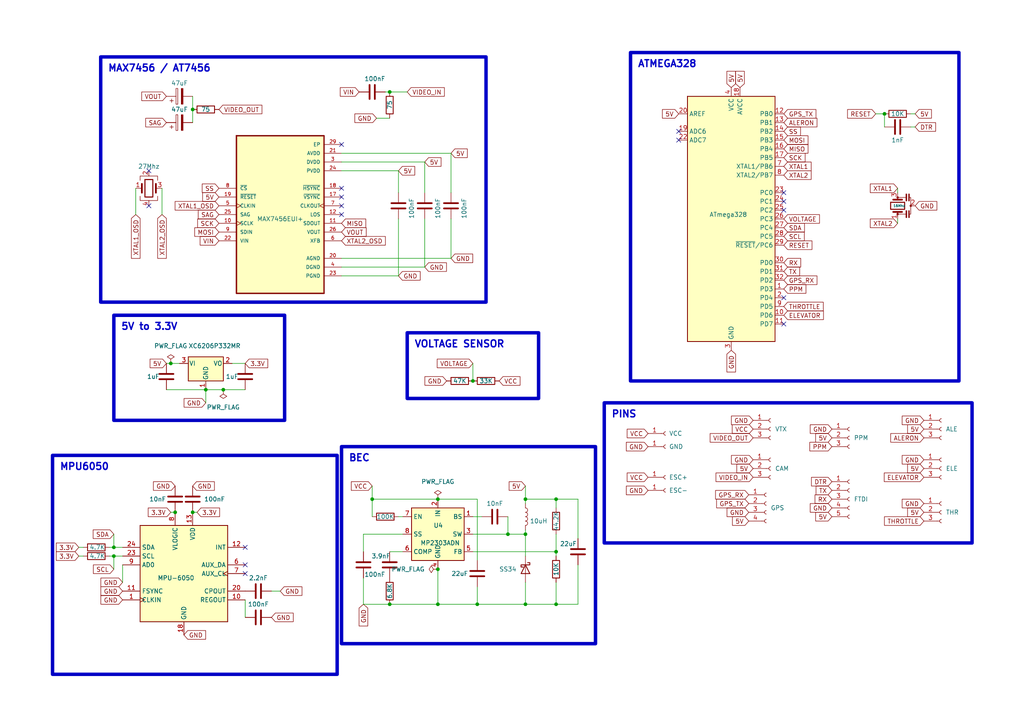
<source format=kicad_sch>
(kicad_sch (version 20231120) (generator "eeschema") (generator_version "8.0")
  (paper "A4")
  (title_block (title "NoahFC") (rev "6"))
  (lib_symbols
    (symbol "Connector:Conn_01x01_Socket" (pin_names (offset 1.016) hide)
      (property "Reference" "J" (at 0 2.54 0))
      (property "Value" "Conn_01x01_Socket" (at 0 -2.54 0))
      (symbol "Conn_01x01_Socket_1_1"
        (polyline (pts (xy -1.27 0) (xy -0.508 0)) (stroke (width 0.1524)))
        (arc (start 0 0.508) (mid -0.5058 0) (end 0 -0.508) (stroke (width 0.1524)))
        (pin passive line (at -5.08 0 0) (length 3.81) (name "Pin_1") (number "1"))
      )
    )
    (symbol "Connector:Conn_01x03_Socket" (pin_names (offset 1.016) hide)
      (property "Reference" "J" (at 0 5.08 0))
      (property "Value" "Conn_01x03_Socket" (at 0 -5.08 0))
      (symbol "Conn_01x03_Socket_1_1"
        (arc (start 0 -2.032) (mid -0.5058 -2.54) (end 0 -3.048) (stroke (width 0.1524)))
        (polyline (pts (xy -1.27 -2.54) (xy -0.508 -2.54)) (stroke (width 0.1524)))
        (polyline (pts (xy -1.27 0) (xy -0.508 0)) (stroke (width 0.1524)))
        (polyline (pts (xy -1.27 2.54) (xy -0.508 2.54)) (stroke (width 0.1524)))
        (arc (start 0 0.508) (mid -0.5058 0) (end 0 -0.508) (stroke (width 0.1524)))
        (arc (start 0 3.048) (mid -0.5058 2.54) (end 0 2.032) (stroke (width 0.1524)))
        (pin passive line (at -5.08 2.54 0) (length 3.81) (name "Pin_1") (number "1"))
        (pin passive line (at -5.08 0 0) (length 3.81) (name "Pin_2") (number "2"))
        (pin passive line (at -5.08 -2.54 0) (length 3.81) (name "Pin_3") (number "3"))
      )
    )
    (symbol "Connector:Conn_01x04_Socket" (pin_names (offset 1.016) hide)
      (property "Reference" "J" (at 0 5.08 0))
      (property "Value" "Conn_01x04_Socket" (at 0 -7.62 0))
      (symbol "Conn_01x04_Socket_1_1"
        (arc (start 0 -4.572) (mid -0.5058 -5.08) (end 0 -5.588) (stroke (width 0.1524)))
        (arc (start 0 -2.032) (mid -0.5058 -2.54) (end 0 -3.048) (stroke (width 0.1524)))
        (polyline (pts (xy -1.27 -5.08) (xy -0.508 -5.08)) (stroke (width 0.1524)))
        (polyline (pts (xy -1.27 -2.54) (xy -0.508 -2.54)) (stroke (width 0.1524)))
        (polyline (pts (xy -1.27 0) (xy -0.508 0)) (stroke (width 0.1524)))
        (polyline (pts (xy -1.27 2.54) (xy -0.508 2.54)) (stroke (width 0.1524)))
        (arc (start 0 0.508) (mid -0.5058 0) (end 0 -0.508) (stroke (width 0.1524)))
        (arc (start 0 3.048) (mid -0.5058 2.54) (end 0 2.032) (stroke (width 0.1524)))
        (pin passive line (at -5.08 2.54 0) (length 3.81) (name "Pin_1") (number "1"))
        (pin passive line (at -5.08 0 0) (length 3.81) (name "Pin_2") (number "2"))
        (pin passive line (at -5.08 -2.54 0) (length 3.81) (name "Pin_3") (number "3"))
        (pin passive line (at -5.08 -5.08 0) (length 3.81) (name "Pin_4") (number "4"))
      )
    )
    (symbol "Connector:Conn_01x05_Socket" (pin_names (offset 1.016) hide)
      (property "Reference" "J" (at 0 7.62 0))
      (property "Value" "Conn_01x05_Socket" (at 0 -7.62 0))
      (symbol "Conn_01x05_Socket_1_1"
        (arc (start 0 -4.572) (mid -0.5058 -5.08) (end 0 -5.588) (stroke (width 0.1524)))
        (arc (start 0 -2.032) (mid -0.5058 -2.54) (end 0 -3.048) (stroke (width 0.1524)))
        (polyline (pts (xy -1.27 -5.08) (xy -0.508 -5.08)) (stroke (width 0.1524)))
        (polyline (pts (xy -1.27 -2.54) (xy -0.508 -2.54)) (stroke (width 0.1524)))
        (polyline (pts (xy -1.27 0) (xy -0.508 0)) (stroke (width 0.1524)))
        (polyline (pts (xy -1.27 2.54) (xy -0.508 2.54)) (stroke (width 0.1524)))
        (polyline (pts (xy -1.27 5.08) (xy -0.508 5.08)) (stroke (width 0.1524)))
        (arc (start 0 0.508) (mid -0.5058 0) (end 0 -0.508) (stroke (width 0.1524)))
        (arc (start 0 3.048) (mid -0.5058 2.54) (end 0 2.032) (stroke (width 0.1524)))
        (arc (start 0 5.588) (mid -0.5058 5.08) (end 0 4.572) (stroke (width 0.1524)))
        (pin passive line (at -5.08 5.08 0) (length 3.81) (name "Pin_1") (number "1"))
        (pin passive line (at -5.08 2.54 0) (length 3.81) (name "Pin_2") (number "2"))
        (pin passive line (at -5.08 0 0) (length 3.81) (name "Pin_3") (number "3"))
        (pin passive line (at -5.08 -2.54 0) (length 3.81) (name "Pin_4") (number "4"))
        (pin passive line (at -5.08 -5.08 0) (length 3.81) (name "Pin_5") (number "5"))
      )
    )
    (symbol "Device:C" (pin_numbers hide) (pin_names (offset 0.254))
      (property "Reference" "C" (at 0.635 2.54 0))
      (property "Value" "C" (at 0.635 -2.54 0))
      (symbol "C_0_1"
        (polyline (pts (xy -2.032 -0.762) (xy 2.032 -0.762)) (stroke (width 0.508)))
        (polyline (pts (xy -2.032 0.762) (xy 2.032 0.762)) (stroke (width 0.508)))
      )
      (symbol "C_1_1"
        (pin passive line (at 0 3.81 270) (length 2.794) (name "~") (number "1"))
        (pin passive line (at 0 -3.81 90) (length 2.794) (name "~") (number "2"))
      )
    )
    (symbol "Device:C_Polarized" (pin_numbers hide) (pin_names (offset 0.254))
      (property "Reference" "C" (at 0.635 2.54 0))
      (property "Value" "C_Polarized" (at 0.635 -2.54 0))
      (symbol "C_Polarized_0_1"
        (rectangle (start -2.286 0.508) (end 2.286 1.016))
        (polyline (pts (xy -1.778 2.286) (xy -0.762 2.286)))
        (polyline (pts (xy -1.27 2.794) (xy -1.27 1.778)))
        (rectangle (start 2.286 -0.508) (end -2.286 -1.016) (fill (type outline)))
      )
      (symbol "C_Polarized_1_1"
        (pin passive line (at 0 3.81 270) (length 2.794) (name "~") (number "1"))
        (pin passive line (at 0 -3.81 90) (length 2.794) (name "~") (number "2"))
      )
    )
    (symbol "Device:Crystal_GND24" (pin_names (offset 1.016) hide)
      (property "Reference" "Y" (at 3.175 5.08 0))
      (property "Value" "Crystal_GND24" (at 3.175 3.175 0))
      (symbol "Crystal_GND24_0_1"
        (rectangle (start -1.143 2.54) (end 1.143 -2.54) (stroke (width 0.3048)))
        (polyline (pts (xy -2.54 0) (xy -2.032 0)))
        (polyline (pts (xy -2.032 -1.27) (xy -2.032 1.27)) (stroke (width 0.508)))
        (polyline (pts (xy 0 -3.81) (xy 0 -3.556)))
        (polyline (pts (xy 0 3.556) (xy 0 3.81)))
        (polyline (pts (xy 2.032 -1.27) (xy 2.032 1.27)) (stroke (width 0.508)))
        (polyline (pts (xy 2.032 0) (xy 2.54 0)))
        (polyline (pts (xy -2.54 -2.286) (xy -2.54 -3.556) (xy 2.54 -3.556) (xy 2.54 -2.286)))
        (polyline (pts (xy -2.54 2.286) (xy -2.54 3.556) (xy 2.54 3.556) (xy 2.54 2.286)))
      )
      (symbol "Crystal_GND24_1_1"
        (pin passive line (at -3.81 0 0) (length 1.27) (name "1") (number "1"))
        (pin passive line (at 0 5.08 270) (length 1.27) (name "2") (number "2"))
        (pin passive line (at 3.81 0 180) (length 1.27) (name "3") (number "3"))
        (pin passive line (at 0 -5.08 90) (length 1.27) (name "4") (number "4"))
      )
    )
    (symbol "Device:L" (pin_numbers hide) (pin_names (offset 1.016) hide)
      (property "Reference" "L" (at -1.27 0 90))
      (property "Value" "L" (at 1.905 0 90))
      (symbol "L_0_1"
        (arc (start 0 -2.54) (mid 0.6323 -1.905) (end 0 -1.27))
        (arc (start 0 -1.27) (mid 0.6323 -0.635) (end 0 0))
        (arc (start 0 0) (mid 0.6323 0.635) (end 0 1.27))
        (arc (start 0 1.27) (mid 0.6323 1.905) (end 0 2.54))
      )
      (symbol "L_1_1"
        (pin passive line (at 0 3.81 270) (length 1.27) (name "1") (number "1"))
        (pin passive line (at 0 -3.81 90) (length 1.27) (name "2") (number "2"))
      )
    )
    (symbol "Device:R" (pin_numbers hide) (pin_names (offset 0))
      (property "Reference" "R" (at 2.032 0 90))
      (property "Value" "R" (at 0 0 90))
      (symbol "R_0_1"
        (rectangle (start -1.016 -2.54) (end 1.016 2.54) (stroke (width 0.254)))
      )
      (symbol "R_1_1"
        (pin passive line (at 0 3.81 270) (length 1.27) (name "~") (number "1"))
        (pin passive line (at 0 -3.81 90) (length 1.27) (name "~") (number "2"))
      )
    )
    (symbol "Device:Resonator" (pin_names (offset 1.016) hide)
      (property "Reference" "Y" (at 0 5.715 0))
      (property "Value" "Resonator" (at 0 3.81 0))
      (symbol "Resonator_0_1"
        (rectangle (start -3.429 -3.175) (end -1.397 -3.429) (fill (type outline)))
        (rectangle (start -3.429 -2.413) (end -1.397 -2.667) (fill (type outline)))
        (circle (center -2.413 0) (radius 0.254) (fill (type outline)))
        (rectangle (start -1.016 2.032) (end 1.016 -2.032) (stroke (width 0.3048)))
        (circle (center 0 -3.81) (radius 0.254) (fill (type outline)))
        (polyline (pts (xy -2.413 -2.413) (xy -2.413 0)))
        (polyline (pts (xy -1.905 0) (xy -3.175 0)))
        (polyline (pts (xy -1.778 -1.27) (xy -1.778 1.27)) (stroke (width 0.508)))
        (polyline (pts (xy 1.778 -1.27) (xy 1.778 1.27)) (stroke (width 0.508)))
        (polyline (pts (xy 1.905 0) (xy 2.54 0)))
        (polyline (pts (xy 2.413 0) (xy 2.413 -2.54)))
        (polyline (pts (xy 2.413 -3.302) (xy 2.413 -3.81) (xy -2.413 -3.81) (xy -2.413 -3.302)))
        (rectangle (start 1.397 -3.175) (end 3.429 -3.429) (fill (type outline)))
        (rectangle (start 1.397 -2.413) (end 3.429 -2.667) (fill (type outline)))
        (circle (center 2.413 0) (radius 0.254) (fill (type outline)))
      )
      (symbol "Resonator_1_1"
        (pin passive line (at -3.81 0 0) (length 1.27) (name "1") (number "1"))
        (pin passive line (at 0 -5.08 90) (length 1.27) (name "2") (number "2"))
        (pin passive line (at 3.81 0 180) (length 1.27) (name "3") (number "3"))
      )
    )
    (symbol "Diode:1N5822" (pin_numbers hide) (pin_names (offset 1.016) hide)
      (property "Reference" "D" (at 0 2.54 0))
      (property "Value" "1N5822" (at 0 -2.54 0))
      (symbol "1N5822_0_1"
        (polyline (pts (xy 1.27 0) (xy -1.27 0)))
        (polyline (pts (xy 1.27 1.27) (xy 1.27 -1.27) (xy -1.27 0) (xy 1.27 1.27)) (stroke (width 0.254)))
        (polyline (pts (xy -1.905 0.635) (xy -1.905 1.27) (xy -1.27 1.27) (xy -1.27 -1.27) (xy -0.635 -1.27) (xy -0.635 -0.635)) (stroke (width 0.254)))
      )
      (symbol "1N5822_1_1"
        (pin passive line (at -3.81 0 0) (length 2.54) (name "K") (number "1"))
        (pin passive line (at 3.81 0 180) (length 2.54) (name "A") (number "2"))
      )
    )
    (symbol "MAX7456EUI_:MAX7456EUI+" (pin_names (offset 1.016))
      (property "Reference" "U" (at -12.7 23.8506 0))
      (property "Value" "MAX7456EUI+" (at -12.7 -26.8478 0))
      (symbol "MAX7456EUI+_0_0"
        (rectangle (start -12.7 -22.86) (end 12.7 22.86) (stroke (width 0.4064)) (fill (type background)))
        (pin input clock (at -17.78 -2.54 0) (length 5.08) (name "SCLK") (number "10"))
        (pin output line (at 17.78 -2.54 180) (length 5.08) (name "SDOUT") (number "11"))
        (pin output line (at 17.78 0 180) (length 5.08) (name "LOS") (number "12"))
        (pin output line (at 17.78 5.08 180) (length 5.08) (name "~{VSYNC}") (number "17"))
        (pin output line (at 17.78 7.62 180) (length 5.08) (name "~{HSYNC}") (number "18"))
        (pin input line (at -17.78 5.08 0) (length 5.08) (name "~{RESET}") (number "19"))
        (pin power_in line (at 17.78 -12.7 180) (length 5.08) (name "AGND") (number "20"))
        (pin power_in line (at 17.78 17.78 180) (length 5.08) (name "AVDD") (number "21"))
        (pin input line (at -17.78 -7.62 0) (length 5.08) (name "VIN") (number "22"))
        (pin power_in line (at 17.78 -17.78 180) (length 5.08) (name "PGND") (number "23"))
        (pin power_in line (at 17.78 12.7 180) (length 5.08) (name "PVDD") (number "24"))
        (pin input line (at -17.78 0 0) (length 5.08) (name "SAG") (number "25"))
        (pin output line (at 17.78 -5.08 180) (length 5.08) (name "VOUT") (number "26"))
        (pin power_in line (at 17.78 20.32 180) (length 5.08) (name "EP") (number "29"))
        (pin power_in line (at 17.78 15.24 180) (length 5.08) (name "DVDD") (number "3"))
        (pin power_in line (at 17.78 -15.24 180) (length 5.08) (name "DGND") (number "4"))
        (pin input clock (at -17.78 2.54 0) (length 5.08) (name "CLKIN") (number "5"))
        (pin output line (at 17.78 -7.62 180) (length 5.08) (name "XFB") (number "6"))
        (pin output clock (at 17.78 2.54 180) (length 5.08) (name "CLKOUT") (number "7"))
        (pin input line (at -17.78 7.62 0) (length 5.08) (name "~{CS}") (number "8"))
        (pin input line (at -17.78 -5.08 0) (length 5.08) (name "SDIN") (number "9"))
      )
    )
    (symbol "MCU_Microchip_ATmega:ATmega328-A"
      (property "Reference" "U" (at -12.7 36.83 0))
      (property "Value" "ATmega328-A" (at 2.54 -36.83 0))
      (symbol "ATmega328-A_0_1"
        (rectangle (start -12.7 -35.56) (end 12.7 35.56) (stroke (width 0.254)) (fill (type background)))
      )
      (symbol "ATmega328-A_1_1"
        (pin bidirectional line (at 15.24 -20.32 180) (length 2.54) (name "PD3") (number "1"))
        (pin bidirectional line (at 15.24 -27.94 180) (length 2.54) (name "PD6") (number "10"))
        (pin bidirectional line (at 15.24 -30.48 180) (length 2.54) (name "PD7") (number "11"))
        (pin bidirectional line (at 15.24 30.48 180) (length 2.54) (name "PB0") (number "12"))
        (pin bidirectional line (at 15.24 27.94 180) (length 2.54) (name "PB1") (number "13"))
        (pin bidirectional line (at 15.24 25.4 180) (length 2.54) (name "PB2") (number "14"))
        (pin bidirectional line (at 15.24 22.86 180) (length 2.54) (name "PB3") (number "15"))
        (pin bidirectional line (at 15.24 20.32 180) (length 2.54) (name "PB4") (number "16"))
        (pin bidirectional line (at 15.24 17.78 180) (length 2.54) (name "PB5") (number "17"))
        (pin power_in line (at 2.54 38.1 270) (length 2.54) (name "AVCC") (number "18"))
        (pin input line (at -15.24 25.4 0) (length 2.54) (name "ADC6") (number "19"))
        (pin bidirectional line (at 15.24 -22.86 180) (length 2.54) (name "PD4") (number "2"))
        (pin passive line (at -15.24 30.48 0) (length 2.54) (name "AREF") (number "20"))
        (pin passive line (at 0 -38.1 90) (length 2.54) hide (name "GND") (number "21"))
        (pin input line (at -15.24 22.86 0) (length 2.54) (name "ADC7") (number "22"))
        (pin bidirectional line (at 15.24 7.62 180) (length 2.54) (name "PC0") (number "23"))
        (pin bidirectional line (at 15.24 5.08 180) (length 2.54) (name "PC1") (number "24"))
        (pin bidirectional line (at 15.24 2.54 180) (length 2.54) (name "PC2") (number "25"))
        (pin bidirectional line (at 15.24 0 180) (length 2.54) (name "PC3") (number "26"))
        (pin bidirectional line (at 15.24 -2.54 180) (length 2.54) (name "PC4") (number "27"))
        (pin bidirectional line (at 15.24 -5.08 180) (length 2.54) (name "PC5") (number "28"))
        (pin bidirectional line (at 15.24 -7.62 180) (length 2.54) (name "~{RESET}/PC6") (number "29"))
        (pin power_in line (at 0 -38.1 90) (length 2.54) (name "GND") (number "3"))
        (pin bidirectional line (at 15.24 -12.7 180) (length 2.54) (name "PD0") (number "30"))
        (pin bidirectional line (at 15.24 -15.24 180) (length 2.54) (name "PD1") (number "31"))
        (pin bidirectional line (at 15.24 -17.78 180) (length 2.54) (name "PD2") (number "32"))
        (pin power_in line (at 0 38.1 270) (length 2.54) (name "VCC") (number "4"))
        (pin passive line (at 0 -38.1 90) (length 2.54) hide (name "GND") (number "5"))
        (pin passive line (at 0 38.1 270) (length 2.54) hide (name "VCC") (number "6"))
        (pin bidirectional line (at 15.24 15.24 180) (length 2.54) (name "XTAL1/PB6") (number "7"))
        (pin bidirectional line (at 15.24 12.7 180) (length 2.54) (name "XTAL2/PB7") (number "8"))
        (pin bidirectional line (at 15.24 -25.4 180) (length 2.54) (name "PD5") (number "9"))
      )
    )
    (symbol "Regulator_Linear:XC6206PxxxMR" (pin_names (offset 0.254))
      (property "Reference" "U" (at -3.81 3.175 0))
      (property "Value" "XC6206PxxxMR" (at 0 3.175 0))
      (symbol "XC6206PxxxMR_0_1"
        (rectangle (start -5.08 1.905) (end 5.08 -5.08) (stroke (width 0.254)) (fill (type background)))
      )
      (symbol "XC6206PxxxMR_1_1"
        (pin power_in line (at 0 -7.62 90) (length 2.54) (name "GND") (number "1"))
        (pin power_out line (at 7.62 0 180) (length 2.54) (name "VO") (number "2"))
        (pin power_in line (at -7.62 0 0) (length 2.54) (name "VI") (number "3"))
      )
    )
    (symbol "Regulator_Switching:MP2303ADN"
      (property "Reference" "U" (at -7.366 8.636 0))
      (property "Value" "MP2303ADN" (at 7.62 8.89 0))
      (symbol "MP2303ADN_0_1"
        (rectangle (start -7.62 7.62) (end 7.62 -7.62) (stroke (width 0.254)) (fill (type background)))
      )
      (symbol "MP2303ADN_1_1"
        (pin passive line (at 10.16 5.08 180) (length 2.54) (name "BS") (number "1"))
        (pin power_in line (at 0 10.16 270) (length 2.54) (name "IN") (number "2"))
        (pin output line (at 10.16 0 180) (length 2.54) (name "SW") (number "3"))
        (pin power_in line (at 0 -10.16 90) (length 2.54) (name "GND") (number "4"))
        (pin input line (at 10.16 -5.08 180) (length 2.54) (name "FB") (number "5"))
        (pin passive line (at -10.16 -5.08 0) (length 2.54) (name "COMP") (number "6"))
        (pin input line (at -10.16 5.08 0) (length 2.54) (name "EN") (number "7"))
        (pin input line (at -10.16 0 0) (length 2.54) (name "SS") (number "8"))
      )
    )
    (symbol "Sensor_Motion:MPU-6050"
      (property "Reference" "U" (at -11.43 13.97 0))
      (property "Value" "MPU-6050" (at 7.62 -15.24 0))
      (symbol "MPU-6050_0_0"
        (text "" (at 12.7 -2.54 0) (effects (font (size 1.27 1.27))))
      )
      (symbol "MPU-6050_0_1"
        (rectangle (start -12.7 13.97) (end 12.7 -13.97) (stroke (width 0.254)) (fill (type background)))
      )
      (symbol "MPU-6050_1_1"
        (pin input clock (at -17.78 -7.62 0) (length 5.08) (name "CLKIN") (number "1"))
        (pin passive line (at 17.78 -7.62 180) (length 5.08) (name "REGOUT") (number "10"))
        (pin input line (at -17.78 -5.08 0) (length 5.08) (name "FSYNC") (number "11"))
        (pin output line (at 17.78 7.62 180) (length 5.08) (name "INT") (number "12"))
        (pin power_in line (at 2.54 17.78 270) (length 3.81) (name "VDD") (number "13"))
        (pin no_connect line (at -12.7 -10.16 0) (length 2.54) hide (name "NC") (number "14"))
        (pin no_connect line (at 12.7 12.7 180) (length 2.54) hide (name "NC") (number "15"))
        (pin no_connect line (at 12.7 10.16 180) (length 2.54) hide (name "NC") (number "16"))
        (pin no_connect line (at 12.7 5.08 180) (length 2.54) hide (name "NC") (number "17"))
        (pin power_in line (at 0 -17.78 90) (length 3.81) (name "GND") (number "18"))
        (pin no_connect line (at 12.7 -10.16 180) (length 2.54) hide (name "RESV") (number "19"))
        (pin no_connect line (at -12.7 12.7 0) (length 2.54) hide (name "NC") (number "2"))
        (pin passive line (at 17.78 -5.08 180) (length 5.08) (name "CPOUT") (number "20"))
        (pin no_connect line (at 12.7 -2.54 180) (length 2.54) hide (name "RESV") (number "21"))
        (pin no_connect line (at 12.7 -12.7 180) (length 2.54) hide (name "RESV") (number "22"))
        (pin input line (at -17.78 5.08 0) (length 5.08) (name "SCL") (number "23"))
        (pin bidirectional line (at -17.78 7.62 0) (length 5.08) (name "SDA") (number "24"))
        (pin no_connect line (at -12.7 10.16 0) (length 2.54) hide (name "NC") (number "3"))
        (pin no_connect line (at -12.7 0 0) (length 2.54) hide (name "NC") (number "4"))
        (pin no_connect line (at -12.7 -2.54 0) (length 2.54) hide (name "NC") (number "5"))
        (pin bidirectional line (at 17.78 2.54 180) (length 5.08) (name "AUX_DA") (number "6"))
        (pin output clock (at 17.78 0 180) (length 5.08) (name "AUX_CL") (number "7"))
        (pin power_in line (at -2.54 17.78 270) (length 3.81) (name "VLOGIC") (number "8"))
        (pin input line (at -17.78 2.54 0) (length 5.08) (name "AD0") (number "9"))
      )
    )
    (symbol "power:PWR_FLAG" (power) (pin_numbers hide) (pin_names (offset 0) hide)
      (property "Value" "PWR_FLAG" (at 0 3.81 0))
      (symbol "PWR_FLAG_0_0"
        (pin power_out line (at 0 0 90) (length 0) (name "~") (number "1"))
      )
      (symbol "PWR_FLAG_0_1"
        (polyline (pts (xy 0 0) (xy 0 1.27) (xy -1.016 1.905) (xy 0 2.54) (xy 1.016 1.905) (xy 0 1.27)))
      )
    )
  )
  (junction (at 161.29 160.02))
  (junction (at 161.29 175.26))
  (junction (at 152.4 154.94))
  (junction (at 127 144.78))
  (junction (at 256.54 33.02))
  (junction (at 161.29 144.78))
  (junction (at 64.77 113.03))
  (junction (at 55.88 31.75))
  (junction (at 33.02 158.75))
  (junction (at 55.88 148.59))
  (junction (at 127 165.1))
  (junction (at 127 175.26))
  (junction (at 59.69 113.03))
  (junction (at 113.03 26.67))
  (junction (at 152.4 144.78))
  (junction (at 33.02 161.29))
  (junction (at 107.95 144.78))
  (junction (at 137.16 110.49))
  (junction (at 152.4 175.26))
  (junction (at 113.03 175.26))
  (junction (at 49.53 105.41))
  (junction (at 138.43 175.26))
  (junction (at 50.8 148.59))
  (junction (at 147.32 154.94))
  (no_connect (at 71.12 163.83))
  (no_connect (at 99.06 62.23))
  (no_connect (at 71.12 166.37))
  (no_connect (at 99.06 57.15))
  (no_connect (at 227.33 55.88))
  (no_connect (at 43.18 49.53))
  (no_connect (at 227.33 93.98))
  (no_connect (at 196.85 38.1))
  (no_connect (at 196.85 40.64))
  (no_connect (at 227.33 58.42))
  (no_connect (at 227.33 86.36))
  (no_connect (at 227.33 60.96))
  (no_connect (at 99.06 54.61))
  (no_connect (at 99.06 41.91))
  (no_connect (at 99.06 59.69))
  (no_connect (at 71.12 158.75))
  (no_connect (at 43.18 59.69))
  (wire (pts (xy 99.06 46.99) (xy 123.19 46.99)))
  (wire (pts (xy 138.43 144.78) (xy 138.43 162.56)))
  (wire (pts (xy 99.06 49.53) (xy 115.57 49.53)))
  (wire (pts (xy 152.4 144.78) (xy 152.4 146.05)))
  (wire (pts (xy 127 165.1) (xy 127 175.26)))
  (wire (pts (xy 138.43 175.26) (xy 152.4 175.26)))
  (wire (pts (xy 35.56 168.91) (xy 35.56 163.83)))
  (wire (pts (xy 116.84 160.02) (xy 113.03 160.02)))
  (wire (pts (xy 152.4 154.94) (xy 152.4 161.29)))
  (wire (pts (xy 59.69 113.03) (xy 59.69 116.84)))
  (wire (pts (xy 22.86 158.75) (xy 24.13 158.75)))
  (wire (pts (xy 31.75 158.75) (xy 33.02 158.75)))
  (wire (pts (xy 99.06 77.47) (xy 123.19 77.47)))
  (wire (pts (xy 64.77 113.03) (xy 71.12 113.03)))
  (wire (pts (xy 115.57 149.86) (xy 116.84 149.86)))
  (wire (pts (xy 167.64 163.83) (xy 167.64 175.26)))
  (wire (pts (xy 161.29 175.26) (xy 167.64 175.26)))
  (wire (pts (xy 127 175.26) (xy 138.43 175.26)))
  (wire (pts (xy 55.88 148.59) (xy 57.15 148.59)))
  (wire (pts (xy 111.76 26.67) (xy 113.03 26.67)))
  (wire (pts (xy 107.95 144.78) (xy 127 144.78)))
  (wire (pts (xy 138.43 175.26) (xy 138.43 170.18)))
  (wire (pts (xy 33.02 161.29) (xy 35.56 161.29)))
  (wire (pts (xy 139.7 149.86) (xy 137.16 149.86)))
  (wire (pts (xy 105.41 160.02) (xy 105.41 154.94)))
  (wire (pts (xy 137.16 154.94) (xy 147.32 154.94)))
  (wire (pts (xy 48.26 105.41) (xy 49.53 105.41)))
  (wire (pts (xy 130.81 44.45) (xy 130.81 55.88)))
  (wire (pts (xy 138.43 144.78) (xy 127 144.78)))
  (wire (pts (xy 99.06 80.01) (xy 115.57 80.01)))
  (wire (pts (xy 152.4 175.26) (xy 161.29 175.26)))
  (wire (pts (xy 107.95 140.97) (xy 107.95 144.78)))
  (wire (pts (xy 78.74 171.45) (xy 81.28 171.45)))
  (wire (pts (xy 123.19 63.5) (xy 123.19 77.47)))
  (wire (pts (xy 55.88 31.75) (xy 55.88 27.94)))
  (wire (pts (xy 105.41 167.64) (xy 105.41 175.26)))
  (wire (pts (xy 161.29 175.26) (xy 161.29 168.91)))
  (wire (pts (xy 49.53 148.59) (xy 50.8 148.59)))
  (wire (pts (xy 161.29 144.78) (xy 167.64 144.78)))
  (wire (pts (xy 107.95 144.78) (xy 107.95 149.86)))
  (wire (pts (xy 99.06 74.93) (xy 130.81 74.93)))
  (wire (pts (xy 152.4 153.67) (xy 152.4 154.94)))
  (wire (pts (xy 39.37 62.23) (xy 39.37 54.61)))
  (wire (pts (xy 161.29 147.32) (xy 161.29 144.78)))
  (wire (pts (xy 147.32 154.94) (xy 152.4 154.94)))
  (wire (pts (xy 48.26 113.03) (xy 59.69 113.03)))
  (wire (pts (xy 115.57 63.5) (xy 115.57 80.01)))
  (wire (pts (xy 161.29 160.02) (xy 161.29 154.94)))
  (wire (pts (xy 71.12 173.99) (xy 71.12 179.07)))
  (wire (pts (xy 113.03 175.26) (xy 127 175.26)))
  (wire (pts (xy 254 33.02) (xy 256.54 33.02)))
  (wire (pts (xy 33.02 158.75) (xy 35.56 158.75)))
  (wire (pts (xy 109.22 34.29) (xy 113.03 34.29)))
  (wire (pts (xy 137.16 160.02) (xy 161.29 160.02)))
  (wire (pts (xy 59.69 113.03) (xy 64.77 113.03)))
  (wire (pts (xy 105.41 175.26) (xy 113.03 175.26)))
  (wire (pts (xy 264.16 36.83) (xy 265.43 36.83)))
  (wire (pts (xy 161.29 144.78) (xy 152.4 144.78)))
  (wire (pts (xy 167.64 144.78) (xy 167.64 156.21)))
  (wire (pts (xy 55.88 31.75) (xy 55.88 35.56)))
  (wire (pts (xy 115.57 49.53) (xy 115.57 55.88)))
  (wire (pts (xy 161.29 161.29) (xy 161.29 160.02)))
  (wire (pts (xy 49.53 105.41) (xy 52.07 105.41)))
  (wire (pts (xy 123.19 46.99) (xy 123.19 55.88)))
  (wire (pts (xy 137.16 105.41) (xy 137.16 110.49)))
  (wire (pts (xy 118.11 26.67) (xy 113.03 26.67)))
  (wire (pts (xy 99.06 44.45) (xy 130.81 44.45)))
  (wire (pts (xy 147.32 149.86) (xy 147.32 154.94)))
  (wire (pts (xy 31.75 161.29) (xy 33.02 161.29)))
  (wire (pts (xy 256.54 33.02) (xy 256.54 36.83)))
  (wire (pts (xy 46.99 62.23) (xy 46.99 54.61)))
  (wire (pts (xy 22.86 161.29) (xy 24.13 161.29)))
  (wire (pts (xy 152.4 140.97) (xy 152.4 144.78)))
  (wire (pts (xy 130.81 63.5) (xy 130.81 74.93)))
  (wire (pts (xy 33.02 154.94) (xy 33.02 158.75)))
  (wire (pts (xy 260.35 64.77) (xy 260.35 63.5)))
  (wire (pts (xy 105.41 154.94) (xy 116.84 154.94)))
  (wire (pts (xy 265.43 33.02) (xy 264.16 33.02)))
  (wire (pts (xy 260.35 54.61) (xy 260.35 55.88)))
  (wire (pts (xy 33.02 165.1) (xy 33.02 161.29)))
  (wire (pts (xy 152.4 175.26) (xy 152.4 168.91)))
  (wire (pts (xy 67.31 105.41) (xy 71.12 105.41)))
  (text_box "ATMEGA328" (at 182.88 15.24 0) (size 95.25 95.25) (stroke (width 1)) (effects (font (size 2 2) (thickness 0.4) (bold yes)) (justify left top)))
  (text_box "MAX7456 / AT7456" (at 29.21 16.51 0) (size 111.76 71.12) (stroke (width 1)) (effects (font (size 2 2) (thickness 0.4) (bold yes)) (justify left top)))
  (text_box "BEC" (at 99.06 129.54 0) (size 73.66 57.15) (stroke (width 1)) (effects (font (size 2 2) (thickness 0.4) (bold yes)) (justify left top)))
  (text_box "5V to 3.3V" (at 33.02 91.44 0) (size 49.53 30.48) (stroke (width 1)) (effects (font (size 2 2) (thickness 0.4) (bold yes)) (justify left top)))
  (text_box "VOLTAGE SENSOR" (at 118.11 96.52 0) (size 38.1 19.05) (stroke (width 1)) (effects (font (size 2 2) (thickness 0.4) (bold yes)) (justify left top)))
  (text_box "MPU6050" (at 15.24 132.08 0) (size 82.55 63.5) (stroke (width 1)) (effects (font (size 2 2) (thickness 0.4) (bold yes)) (justify left top)))
  (text_box "PINS" (at 175.26 116.84 0) (size 106.68 40.64) (stroke (width 1)) (effects (font (size 2 2) (thickness 0.4) (bold yes)) (justify left top)))
  (global_label "3.3V" (shape input) (at 22.86 161.29 180) (property "Intersheetrefs" "${INTERSHEET_REFS}" (effects (hide yes))))
  (global_label "3.3V" (shape input) (at 57.15 148.59 0) (property "Intersheetrefs" "${INTERSHEET_REFS}" (effects (hide yes))))
  (global_label "THROTTLE" (shape input) (at 267.97 151.13 180) (property "Intersheetrefs" "${INTERSHEET_REFS}" (effects (hide yes))))
  (global_label "GND" (shape input) (at 130.81 74.93 0) (property "Intersheetrefs" "${INTERSHEET_REFS}" (effects (hide yes))))
  (global_label "VIDEO_IN" (shape input) (at 218.44 138.43 180) (property "Intersheetrefs" "${INTERSHEET_REFS}" (effects (hide yes))))
  (global_label "THROTTLE" (shape input) (at 227.33 88.9 0) (property "Intersheetrefs" "${INTERSHEET_REFS}" (effects (hide yes))))
  (global_label "GND" (shape input) (at 187.96 142.24 180) (property "Intersheetrefs" "${INTERSHEET_REFS}" (effects (hide yes))))
  (global_label "5V" (shape input) (at 241.3 149.86 180) (property "Intersheetrefs" "${INTERSHEET_REFS}" (effects (hide yes))))
  (global_label "GND" (shape input) (at 50.8 140.97 180) (property "Intersheetrefs" "${INTERSHEET_REFS}" (effects (hide yes))))
  (global_label "VOLTAGE" (shape input) (at 227.33 63.5 0) (property "Intersheetrefs" "${INTERSHEET_REFS}" (effects (hide yes))))
  (global_label "DTR" (shape input) (at 241.3 139.7 180) (property "Intersheetrefs" "${INTERSHEET_REFS}" (effects (hide yes))))
  (global_label "XTAL2" (shape input) (at 227.33 50.8 0) (property "Intersheetrefs" "${INTERSHEET_REFS}" (effects (hide yes))))
  (global_label "VCC" (shape input) (at 218.44 124.46 180) (property "Intersheetrefs" "${INTERSHEET_REFS}" (effects (hide yes))))
  (global_label "VOLTAGE" (shape input) (at 137.16 105.41 180) (property "Intersheetrefs" "${INTERSHEET_REFS}" (effects (hide yes))))
  (global_label "VCC" (shape input) (at 187.96 138.43 180) (property "Intersheetrefs" "${INTERSHEET_REFS}" (effects (hide yes))))
  (global_label "GND" (shape input) (at 115.57 80.01 0) (property "Intersheetrefs" "${INTERSHEET_REFS}" (effects (hide yes))))
  (global_label "GND" (shape input) (at 35.56 168.91 180) (property "Intersheetrefs" "${INTERSHEET_REFS}" (effects (hide yes))))
  (global_label "VIDEO_OUT" (shape input) (at 218.44 127 180) (property "Intersheetrefs" "${INTERSHEET_REFS}" (effects (hide yes))))
  (global_label "SDA" (shape input) (at 227.33 66.04 0) (property "Intersheetrefs" "${INTERSHEET_REFS}" (effects (hide yes))))
  (global_label "RESET" (shape input) (at 227.33 71.12 0) (property "Intersheetrefs" "${INTERSHEET_REFS}" (effects (hide yes))))
  (global_label "VCC" (shape input) (at 187.96 125.73 180) (property "Intersheetrefs" "${INTERSHEET_REFS}" (effects (hide yes))))
  (global_label "MISO" (shape input) (at 227.33 43.18 0) (property "Intersheetrefs" "${INTERSHEET_REFS}" (effects (hide yes))))
  (global_label "XTAL1" (shape input) (at 227.33 48.26 0) (property "Intersheetrefs" "${INTERSHEET_REFS}" (effects (hide yes))))
  (global_label "SCK" (shape input) (at 63.5 64.77 180) (property "Intersheetrefs" "${INTERSHEET_REFS}" (effects (hide yes))))
  (global_label "ALERON" (shape input) (at 267.97 127 180) (property "Intersheetrefs" "${INTERSHEET_REFS}" (effects (hide yes))))
  (global_label "GND" (shape input) (at 267.97 146.05 180) (property "Intersheetrefs" "${INTERSHEET_REFS}" (effects (hide yes))))
  (global_label "GND" (shape input) (at 212.09 101.6 270) (property "Intersheetrefs" "${INTERSHEET_REFS}" (effects (hide yes))))
  (global_label "RX" (shape input) (at 241.3 144.78 180) (property "Intersheetrefs" "${INTERSHEET_REFS}" (effects (hide yes))))
  (global_label "ELEVATOR" (shape input) (at 267.97 138.43 180) (property "Intersheetrefs" "${INTERSHEET_REFS}" (effects (hide yes))))
  (global_label "GPS_RX" (shape input) (at 217.17 143.51 180) (property "Intersheetrefs" "${INTERSHEET_REFS}" (effects (hide yes))))
  (global_label "PPM" (shape input) (at 227.33 83.82 0) (property "Intersheetrefs" "${INTERSHEET_REFS}" (effects (hide yes))))
  (global_label "GND" (shape input) (at 123.19 77.47 0) (property "Intersheetrefs" "${INTERSHEET_REFS}" (effects (hide yes))))
  (global_label "SCL" (shape input) (at 227.33 68.58 0) (property "Intersheetrefs" "${INTERSHEET_REFS}" (effects (hide yes))))
  (global_label "5V" (shape input) (at 265.43 33.02 0) (property "Intersheetrefs" "${INTERSHEET_REFS}" (effects (hide yes))))
  (global_label "GND" (shape input) (at 217.17 148.59 180) (property "Intersheetrefs" "${INTERSHEET_REFS}" (effects (hide yes))))
  (global_label "5V" (shape input) (at 214.63 25.4 90) (property "Intersheetrefs" "${INTERSHEET_REFS}" (effects (hide yes))))
  (global_label "5V" (shape input) (at 48.26 105.41 180) (property "Intersheetrefs" "${INTERSHEET_REFS}" (effects (hide yes))))
  (global_label "MISO" (shape input) (at 99.06 64.77 0) (property "Intersheetrefs" "${INTERSHEET_REFS}" (effects (hide yes))))
  (global_label "PPM" (shape input) (at 241.3 129.54 180) (property "Intersheetrefs" "${INTERSHEET_REFS}" (effects (hide yes))))
  (global_label "VIN" (shape input) (at 63.5 69.85 180) (property "Intersheetrefs" "${INTERSHEET_REFS}" (effects (hide yes))))
  (global_label "5V" (shape input) (at 123.19 46.99 0) (property "Intersheetrefs" "${INTERSHEET_REFS}" (effects (hide yes))))
  (global_label "VCC" (shape input) (at 107.95 140.97 180) (property "Intersheetrefs" "${INTERSHEET_REFS}" (effects (hide yes))))
  (global_label "GND" (shape input) (at 267.97 133.35 180) (property "Intersheetrefs" "${INTERSHEET_REFS}" (effects (hide yes))))
  (global_label "XTAL2_OSD" (shape input) (at 46.99 62.23 270) (property "Intersheetrefs" "${INTERSHEET_REFS}" (effects (hide yes))))
  (global_label "GND" (shape input) (at 267.97 121.92 180) (property "Intersheetrefs" "${INTERSHEET_REFS}" (effects (hide yes))))
  (global_label "5V" (shape input) (at 63.5 57.15 180) (property "Intersheetrefs" "${INTERSHEET_REFS}" (effects (hide yes))))
  (global_label "VIDEO_OUT" (shape input) (at 63.5 31.75 0) (property "Intersheetrefs" "${INTERSHEET_REFS}" (effects (hide yes))))
  (global_label "MOSI" (shape input) (at 63.5 67.31 180) (property "Intersheetrefs" "${INTERSHEET_REFS}" (effects (hide yes))))
  (global_label "XTAL2" (shape input) (at 260.35 64.77 180) (property "Intersheetrefs" "${INTERSHEET_REFS}" (effects (hide yes))))
  (global_label "XTAL1_OSD" (shape input) (at 63.5 59.69 180) (property "Intersheetrefs" "${INTERSHEET_REFS}" (effects (hide yes))))
  (global_label "3.3V" (shape input) (at 71.12 105.41 0) (property "Intersheetrefs" "${INTERSHEET_REFS}" (effects (hide yes))))
  (global_label "3.3V" (shape input) (at 49.53 148.59 180) (property "Intersheetrefs" "${INTERSHEET_REFS}" (effects (hide yes))))
  (global_label "GND" (shape input) (at 78.74 179.07 0) (property "Intersheetrefs" "${INTERSHEET_REFS}" (effects (hide yes))))
  (global_label "XTAL1" (shape input) (at 260.35 54.61 180) (property "Intersheetrefs" "${INTERSHEET_REFS}" (effects (hide yes))))
  (global_label "ALERON" (shape input) (at 227.33 35.56 0) (property "Intersheetrefs" "${INTERSHEET_REFS}" (effects (hide yes))))
  (global_label "GPS_RX" (shape input) (at 227.33 81.28 0) (property "Intersheetrefs" "${INTERSHEET_REFS}" (effects (hide yes))))
  (global_label "VCC" (shape input) (at 144.78 110.49 0) (property "Intersheetrefs" "${INTERSHEET_REFS}" (effects (hide yes))))
  (global_label "SS" (shape input) (at 227.33 38.1 0) (property "Intersheetrefs" "${INTERSHEET_REFS}" (effects (hide yes))))
  (global_label "GND" (shape input) (at 129.54 110.49 180) (property "Intersheetrefs" "${INTERSHEET_REFS}" (effects (hide yes))))
  (global_label "GND" (shape input) (at 241.3 147.32 180) (property "Intersheetrefs" "${INTERSHEET_REFS}" (effects (hide yes))))
  (global_label "5V" (shape input) (at 212.09 25.4 90) (property "Intersheetrefs" "${INTERSHEET_REFS}" (effects (hide yes))))
  (global_label "3.3V" (shape input) (at 22.86 158.75 180) (property "Intersheetrefs" "${INTERSHEET_REFS}" (effects (hide yes))))
  (global_label "5V" (shape input) (at 217.17 151.13 180) (property "Intersheetrefs" "${INTERSHEET_REFS}" (effects (hide yes))))
  (global_label "GND" (shape input) (at 105.41 175.26 270) (property "Intersheetrefs" "${INTERSHEET_REFS}" (effects (hide yes))))
  (global_label "5V" (shape input) (at 267.97 135.89 180) (property "Intersheetrefs" "${INTERSHEET_REFS}" (effects (hide yes))))
  (global_label "5V" (shape input) (at 130.81 44.45 0) (property "Intersheetrefs" "${INTERSHEET_REFS}" (effects (hide yes))))
  (global_label "ELEVATOR" (shape input) (at 227.33 91.44 0) (property "Intersheetrefs" "${INTERSHEET_REFS}" (effects (hide yes))))
  (global_label "SAG" (shape input) (at 48.26 35.56 180) (property "Intersheetrefs" "${INTERSHEET_REFS}" (effects (hide yes))))
  (global_label "GND" (shape input) (at 53.34 184.15 0) (property "Intersheetrefs" "${INTERSHEET_REFS}" (effects (hide yes))))
  (global_label "SDA" (shape input) (at 33.02 154.94 180) (property "Intersheetrefs" "${INTERSHEET_REFS}" (effects (hide yes))))
  (global_label "VOUT" (shape input) (at 48.26 27.94 180) (property "Intersheetrefs" "${INTERSHEET_REFS}" (effects (hide yes))))
  (global_label "RX" (shape input) (at 227.33 76.2 0) (property "Intersheetrefs" "${INTERSHEET_REFS}" (effects (hide yes))))
  (global_label "GND" (shape input) (at 187.96 129.54 180) (property "Intersheetrefs" "${INTERSHEET_REFS}" (effects (hide yes))))
  (global_label "VOUT" (shape input) (at 99.06 67.31 0) (property "Intersheetrefs" "${INTERSHEET_REFS}" (effects (hide yes))))
  (global_label "SCK" (shape input) (at 227.33 45.72 0) (property "Intersheetrefs" "${INTERSHEET_REFS}" (effects (hide yes))))
  (global_label "GND" (shape input) (at 109.22 34.29 180) (property "Intersheetrefs" "${INTERSHEET_REFS}" (effects (hide yes))))
  (global_label "SAG" (shape input) (at 63.5 62.23 180) (property "Intersheetrefs" "${INTERSHEET_REFS}" (effects (hide yes))))
  (global_label "DTR" (shape input) (at 265.43 36.83 0) (property "Intersheetrefs" "${INTERSHEET_REFS}" (effects (hide yes))))
  (global_label "5V" (shape input) (at 196.85 33.02 180) (property "Intersheetrefs" "${INTERSHEET_REFS}" (effects (hide yes))))
  (global_label "VIDEO_IN" (shape input) (at 118.11 26.67 0) (property "Intersheetrefs" "${INTERSHEET_REFS}" (effects (hide yes))))
  (global_label "GND" (shape input) (at 59.69 116.84 180) (property "Intersheetrefs" "${INTERSHEET_REFS}" (effects (hide yes))))
  (global_label "GND" (shape input) (at 265.43 59.69 0) (property "Intersheetrefs" "${INTERSHEET_REFS}" (effects (hide yes))))
  (global_label "TX" (shape input) (at 227.33 78.74 0) (property "Intersheetrefs" "${INTERSHEET_REFS}" (effects (hide yes))))
  (global_label "SS" (shape input) (at 63.5 54.61 180) (property "Intersheetrefs" "${INTERSHEET_REFS}" (effects (hide yes))))
  (global_label "GND" (shape input) (at 35.56 171.45 180) (property "Intersheetrefs" "${INTERSHEET_REFS}" (effects (hide yes))))
  (global_label "GND" (shape input) (at 55.88 140.97 0) (property "Intersheetrefs" "${INTERSHEET_REFS}" (effects (hide yes))))
  (global_label "MOSI" (shape input) (at 227.33 40.64 0) (property "Intersheetrefs" "${INTERSHEET_REFS}" (effects (hide yes))))
  (global_label "SCL" (shape input) (at 33.02 165.1 180) (property "Intersheetrefs" "${INTERSHEET_REFS}" (effects (hide yes))))
  (global_label "GND" (shape input) (at 35.56 173.99 180) (property "Intersheetrefs" "${INTERSHEET_REFS}" (effects (hide yes))))
  (global_label "5V" (shape input) (at 267.97 124.46 180) (property "Intersheetrefs" "${INTERSHEET_REFS}" (effects (hide yes))))
  (global_label "GND" (shape input) (at 241.3 124.46 180) (property "Intersheetrefs" "${INTERSHEET_REFS}" (effects (hide yes))))
  (global_label "TX" (shape input) (at 241.3 142.24 180) (property "Intersheetrefs" "${INTERSHEET_REFS}" (effects (hide yes))))
  (global_label "GPS_TX" (shape input) (at 227.33 33.02 0) (property "Intersheetrefs" "${INTERSHEET_REFS}" (effects (hide yes))))
  (global_label "RESET" (shape input) (at 254 33.02 180) (property "Intersheetrefs" "${INTERSHEET_REFS}" (effects (hide yes))))
  (global_label "VIN" (shape input) (at 104.14 26.67 180) (property "Intersheetrefs" "${INTERSHEET_REFS}" (effects (hide yes))))
  (global_label "5V" (shape input) (at 267.97 148.59 180) (property "Intersheetrefs" "${INTERSHEET_REFS}" (effects (hide yes))))
  (global_label "GND" (shape input) (at 218.44 121.92 180) (property "Intersheetrefs" "${INTERSHEET_REFS}" (effects (hide yes))))
  (global_label "5V" (shape input) (at 218.44 135.89 180) (property "Intersheetrefs" "${INTERSHEET_REFS}" (effects (hide yes))))
  (global_label "XTAL2_OSD" (shape input) (at 99.06 69.85 0) (property "Intersheetrefs" "${INTERSHEET_REFS}" (effects (hide yes))))
  (global_label "GND" (shape input) (at 218.44 133.35 180) (property "Intersheetrefs" "${INTERSHEET_REFS}" (effects (hide yes))))
  (global_label "5V" (shape input) (at 115.57 49.53 0) (property "Intersheetrefs" "${INTERSHEET_REFS}" (effects (hide yes))))
  (global_label "XTAL1_OSD" (shape input) (at 39.37 62.23 270) (property "Intersheetrefs" "${INTERSHEET_REFS}" (effects (hide yes))))
  (global_label "5V" (shape input) (at 152.4 140.97 180) (property "Intersheetrefs" "${INTERSHEET_REFS}" (effects (hide yes))))
  (global_label "5V" (shape input) (at 241.3 127 180) (property "Intersheetrefs" "${INTERSHEET_REFS}" (effects (hide yes))))
  (global_label "GND" (shape input) (at 81.28 171.45 0) (property "Intersheetrefs" "${INTERSHEET_REFS}" (effects (hide yes))))
  (global_label "GPS_TX" (shape input) (at 217.17 146.05 180) (property "Intersheetrefs" "${INTERSHEET_REFS}" (effects (hide yes))))
  (symbol (lib_id "Device:R") (at 161.29 151.13 0) (unit 1)
    (property "Reference" "R13" (effects (hide yes)))
    (property "Value" "44.2K" (at 161.29 151.13 90))
    (property "Footprint" "Resistor_SMD:R_0805_2012Metric" (effects (hide yes)))
    (property "Description" "Resistor" (effects (hide yes)))
  )
  (symbol (lib_id "power:PWR_FLAG") (at 127 144.78 0) (unit 1)
    (property "Reference" "#FLG03" (effects (hide yes)))
    (property "Value" "PWR_FLAG" (at 127 139.7 0))
    (property "Description" "Special symbol for telling ERC where power comes from" (effects (hide yes)))
  )
  (symbol (lib_id "Device:C") (at 167.64 160.02 180) (unit 1)
    (property "Reference" "C15" (effects (hide yes)))
    (property "Value" "22uF" (at 164.846 157.734 0))
    (property "Footprint" "Capacitor_SMD:C_0805_2012Metric" (effects (hide yes)))
    (property "Description" "Unpolarized capacitor" (effects (hide yes)))
  )
  (symbol (lib_id "Regulator_Linear:XC6206PxxxMR") (at 59.69 105.41 0) (unit 1)
    (property "Reference" "U3" (effects (hide yes)))
    (property "Value" "XC6206P332MR" (at 62.23 100.33 0))
    (property "Footprint" "Package_TO_SOT_SMD:SOT-23-3" (effects (hide yes)))
    (property "Datasheet" "https://www.torexsemi.com/file/xc6206/XC6206.pdf" (effects (hide yes)))
  )
  (symbol (lib_id "Connector:Conn_01x03_Socket") (at 273.05 135.89 0) (unit 1)
    (property "Reference" "J2" (effects (hide yes)))
    (property "Value" "ELE" (at 274.32 135.8899 0) (effects (justify left)))
    (property "Footprint" "Connector_PinHeader_2.54mm:PinHeader_1x03_P2.54mm_Vertical" (effects (hide yes)))
  )
  (symbol (lib_id "Connector:Conn_01x03_Socket") (at 273.05 124.46 0) (unit 1)
    (property "Reference" "J1" (effects (hide yes)))
    (property "Value" "ALE" (at 274.32 124.4599 0) (effects (justify left)))
    (property "Footprint" "Connector_PinHeader_2.54mm:PinHeader_1x03_P2.54mm_Vertical" (effects (hide yes)))
  )
  (symbol (lib_id "Connector:Conn_01x01_Socket") (at 193.04 138.43 0) (unit 1)
    (property "Reference" "J9" (effects (hide yes)))
    (property "Value" "ESC+" (at 194.056 138.43 0) (effects (justify left)))
    (property "Footprint" "TestPoint:TestPoint_Pad_3.0x3.0mm" (effects (hide yes)))
    (property "Description" "Generic connector, single row, 01x01, script generated" (effects (hide yes)))
  )
  (symbol (lib_id "Device:C") (at 71.12 109.22 180) (unit 1)
    (property "Reference" "C11" (effects (hide yes)))
    (property "Value" "1uF" (at 67.31 109.22 0))
    (property "Footprint" "Capacitor_SMD:C_0805_2012Metric" (effects (hide yes)))
  )
  (symbol (lib_id "Diode:1N5822") (at 152.4 165.1 270) (unit 1)
    (property "Reference" "D4" (effects (hide yes)))
    (property "Value" "SS34" (at 144.78 165.1 90) (effects (justify left)))
    (property "Footprint" "Diode_SMD:Nexperia_CFP3_SOD-123W" (effects (hide yes)))
    (property "Datasheet" "http://www.vishay.com/docs/88526/1n5820.pdf" (effects (hide yes)))
    (property "Description" "40V 3A Schottky Barrier Rectifier Diode, DO-201AD" (effects (hide yes)))
  )
  (symbol (lib_id "Sensor_Motion:MPU-6050") (at 53.34 166.37 0) (unit 1)
    (property "Reference" "U2" (effects (hide yes)))
    (property "Value" "MPU-6050" (at 45.72 167.64 0) (effects (justify left)))
    (property "Footprint" "Sensor_Motion:InvenSense_QFN-24_4x4mm_P0.5mm" (effects (hide yes)))
    (property "Datasheet" "https://invensense.tdk.com/wp-content/uploads/2015/02/MPU-6000-Datasheet1.pdf" (effects (hide yes)))
  )
  (symbol (lib_id "Device:C") (at 74.93 179.07 90) (unit 1)
    (property "Reference" "C8" (effects (hide yes)))
    (property "Value" "100nF" (at 74.93 175.26 90))
    (property "Footprint" "Capacitor_SMD:C_0805_2012Metric" (effects (hide yes)))
  )
  (symbol (lib_id "Device:C") (at 55.88 144.78 0) (unit 1)
    (property "Reference" "C7" (effects (hide yes)))
    (property "Value" "100nF" (at 62.23 144.78 0))
    (property "Footprint" "Capacitor_SMD:C_0805_2012Metric" (effects (hide yes)))
  )
  (symbol (lib_id "Device:R") (at 140.97 110.49 90) (unit 1)
    (property "Reference" "R5" (effects (hide yes)))
    (property "Value" "33K" (at 140.97 110.49 90))
    (property "Footprint" "Resistor_SMD:R_0805_2012Metric" (effects (hide yes)))
  )
  (symbol (lib_id "Connector:Conn_01x01_Socket") (at 193.04 129.54 0) (unit 1)
    (property "Reference" "J5" (effects (hide yes)))
    (property "Value" "GND" (at 194.056 129.54 0) (effects (justify left)))
    (property "Footprint" "TestPoint:TestPoint_Pad_3.0x3.0mm" (effects (hide yes)))
    (property "Description" "Generic connector, single row, 01x01, script generated" (effects (hide yes)))
  )
  (symbol (lib_id "Device:C") (at 115.57 59.69 0) (unit 1)
    (property "Reference" "C1" (effects (hide yes)))
    (property "Value" "100nF" (at 119.38 63.5 90) (effects (justify left)))
    (property "Footprint" "Capacitor_SMD:C_0805_2012Metric" (effects (hide yes)))
  )
  (symbol (lib_id "Connector:Conn_01x01_Socket") (at 193.04 142.24 0) (unit 1)
    (property "Reference" "J10" (effects (hide yes)))
    (property "Value" "ESC-" (at 194.056 142.24 0) (effects (justify left)))
    (property "Footprint" "TestPoint:TestPoint_Pad_3.0x3.0mm" (effects (hide yes)))
    (property "Description" "Generic connector, single row, 01x01, script generated" (effects (hide yes)))
  )
  (symbol (lib_id "Device:R") (at 27.94 161.29 90) (unit 1)
    (property "Reference" "R8" (effects (hide yes)))
    (property "Value" "4.7K" (at 30.48 161.29 90) (effects (justify left)))
    (property "Footprint" "Resistor_SMD:R_0805_2012Metric" (effects (hide yes)))
  )
  (symbol (lib_id "Device:Crystal_GND24") (at 43.18 54.61 0) (unit 1)
    (property "Reference" "Y3" (effects (hide yes)))
    (property "Value" "27Mhz" (at 43.18 48.26 0))
    (property "Footprint" "Crystal:Crystal_SMD_3225-4Pin_3.2x2.5mm" (effects (hide yes)))
  )
  (symbol (lib_id "Device:R") (at 27.94 158.75 90) (unit 1)
    (property "Reference" "R7" (effects (hide yes)))
    (property "Value" "4.7K" (at 30.48 158.75 90) (effects (justify left)))
    (property "Footprint" "Resistor_SMD:R_0805_2012Metric" (effects (hide yes)))
  )
  (symbol (lib_id "Device:C_Polarized") (at 52.07 35.56 90) (unit 1)
    (property "Reference" "C19" (effects (hide yes)))
    (property "Value" "47uF" (at 52.07 31.75 90))
    (property "Footprint" "Capacitor_Tantalum_SMD:CP_EIA-3216-18_Kemet-A" (effects (hide yes)))
  )
  (symbol (lib_id "Device:R") (at 113.03 30.48 0) (unit 1)
    (property "Reference" "R9" (effects (hide yes)))
    (property "Value" "75" (at 113.03 31.75 90) (effects (justify left)))
    (property "Footprint" "Resistor_SMD:R_0805_2012Metric" (effects (hide yes)))
  )
  (symbol (lib_id "Device:L") (at 152.4 149.86 0) (unit 1)
    (property "Reference" "L1" (effects (hide yes)))
    (property "Value" "10uH" (at 153.67 151.1299 0) (effects (justify left)))
    (property "Footprint" "Inductor_SMD:L_7.3x7.3_H3.5" (effects (hide yes)))
    (property "Description" "Inductor" (effects (hide yes)))
  )
  (symbol (lib_id "Connector:Conn_01x05_Socket") (at 246.38 144.78 0) (unit 1)
    (property "Reference" "J4" (effects (hide yes)))
    (property "Value" "FTDI" (at 247.65 144.7799 0) (effects (justify left)))
    (property "Footprint" "Connector_JST:JST_SH_BM05B-SRSS-TB_1x05-1MP_P1.00mm_Vertical" (effects (hide yes)))
  )
  (symbol (lib_id "Device:R") (at 133.35 110.49 90) (unit 1)
    (property "Reference" "R4" (effects (hide yes)))
    (property "Value" "47K" (at 133.35 110.49 90))
    (property "Footprint" "Resistor_SMD:R_0805_2012Metric" (effects (hide yes)))
  )
  (symbol (lib_id "MCU_Microchip_ATmega:ATmega328-A") (at 212.09 63.5 0) (unit 1)
    (property "Reference" "U1" (effects (hide yes)))
    (property "Value" "ATmega328" (at 205.74 62.23 0) (effects (justify left)))
    (property "Footprint" "Package_QFP:TQFP-32_7x7mm_P0.8mm" (effects (hide yes)))
    (property "Datasheet" "http://ww1.microchip.com/downloads/en/DeviceDoc/ATmega328_P%20AVR%20MCU%20with%20picoPower%20Technology%20Data%20Sheet%2040001984A.pdf" (effects (hide yes)))
  )
  (symbol (lib_id "Device:R") (at 113.03 171.45 180) (unit 1)
    (property "Reference" "R11" (effects (hide yes)))
    (property "Value" "6.8K" (at 113.03 171.45 90))
    (property "Footprint" "Resistor_SMD:R_0805_2012Metric" (effects (hide yes)))
    (property "Description" "Resistor" (effects (hide yes)))
  )
  (symbol (lib_id "Device:C") (at 74.93 171.45 90) (unit 1)
    (property "Reference" "C9" (effects (hide yes)))
    (property "Value" "2.2nF" (at 74.93 167.64 90))
    (property "Footprint" "Capacitor_SMD:C_0805_2012Metric" (effects (hide yes)))
  )
  (symbol (lib_id "Device:R") (at 260.35 33.02 90) (unit 1)
    (property "Reference" "R1" (effects (hide yes)))
    (property "Value" "10K" (at 260.35 33.02 90))
    (property "Footprint" "Resistor_SMD:R_0805_2012Metric" (effects (hide yes)))
  )
  (symbol (lib_id "Connector:Conn_01x03_Socket") (at 223.52 135.89 0) (unit 1)
    (property "Reference" "J11" (effects (hide yes)))
    (property "Value" "CAM" (at 224.79 135.8899 0) (effects (justify left)))
    (property "Footprint" "Connector_PinHeader_2.54mm:PinHeader_1x03_P2.54mm_Vertical" (effects (hide yes)))
  )
  (symbol (lib_id "Device:C") (at 107.95 26.67 90) (unit 1)
    (property "Reference" "C17" (effects (hide yes)))
    (property "Value" "100nF" (at 111.76 22.86 90) (effects (justify left)))
    (property "Footprint" "Capacitor_SMD:C_0805_2012Metric" (effects (hide yes)))
  )
  (symbol (lib_id "Connector:Conn_01x01_Socket") (at 193.04 125.73 0) (unit 1)
    (property "Reference" "J3" (effects (hide yes)))
    (property "Value" "VCC" (at 194.056 125.73 0) (effects (justify left)))
    (property "Footprint" "TestPoint:TestPoint_Pad_3.0x3.0mm" (effects (hide yes)))
    (property "Description" "Generic connector, single row, 01x01, script generated" (effects (hide yes)))
  )
  (symbol (lib_id "power:PWR_FLAG") (at 64.77 113.03 180) (unit 1)
    (property "Reference" "#FLG02" (effects (hide yes)))
    (property "Value" "PWR_FLAG" (at 64.77 118.11 0))
    (property "Description" "Special symbol for telling ERC where power comes from" (effects (hide yes)))
  )
  (symbol (lib_id "Connector:Conn_01x03_Socket") (at 223.52 124.46 0) (unit 1)
    (property "Reference" "J12" (effects (hide yes)))
    (property "Value" "VTX" (at 224.79 124.4599 0) (effects (justify left)))
    (property "Footprint" "Connector_PinHeader_2.54mm:PinHeader_1x03_P2.54mm_Vertical" (effects (hide yes)))
  )
  (symbol (lib_id "Device:R") (at 59.69 31.75 90) (unit 1)
    (property "Reference" "R10" (effects (hide yes)))
    (property "Value" "75" (at 60.96 31.75 90) (effects (justify left)))
    (property "Footprint" "Resistor_SMD:R_0805_2012Metric" (effects (hide yes)))
  )
  (symbol (lib_id "Device:C") (at 143.51 149.86 270) (unit 1)
    (property "Reference" "C14" (effects (hide yes)))
    (property "Value" "10nF" (at 143.51 146.05 90))
    (property "Footprint" "Capacitor_SMD:C_0805_2012Metric" (effects (hide yes)))
    (property "Description" "Unpolarized capacitor" (effects (hide yes)))
  )
  (symbol (lib_id "power:PWR_FLAG") (at 49.53 105.41 0) (unit 1)
    (property "Reference" "#FLG01" (effects (hide yes)))
    (property "Value" "PWR_FLAG" (at 49.53 100.33 0))
    (property "Description" "Special symbol for telling ERC where power comes from" (effects (hide yes)))
  )
  (symbol (lib_id "Device:R") (at 111.76 149.86 90) (unit 1)
    (property "Reference" "R6" (effects (hide yes)))
    (property "Value" "100K" (at 111.76 149.86 90))
    (property "Footprint" "Resistor_SMD:R_0805_2012Metric" (effects (hide yes)))
    (property "Description" "Resistor" (effects (hide yes)))
  )
  (symbol (lib_id "Device:C") (at 130.81 59.69 0) (unit 1)
    (property "Reference" "C4" (effects (hide yes)))
    (property "Value" "100nF" (at 134.62 63.5 90) (effects (justify left)))
    (property "Footprint" "Capacitor_SMD:C_0805_2012Metric" (effects (hide yes)))
  )
  (symbol (lib_id "MAX7456EUI_:MAX7456EUI+") (at 81.28 62.23 0) (unit 1)
    (property "Reference" "U5" (effects (hide yes)))
    (property "Value" "MAX7456EUI+" (at 81.28 63.5 0))
    (property "Footprint" "SOP65P637X110-28N" (effects (hide yes)))
  )
  (symbol (lib_id "Regulator_Switching:MP2303ADN") (at 127 154.94 0) (unit 1)
    (property "Reference" "U4" (at 125.73 152.4 0) (effects (justify left)))
    (property "Value" "MP2303ADN" (at 121.92 157.48 0) (effects (justify left)))
    (property "Footprint" "Package_SO:SOIC-8_3.9x4.9mm_P1.27mm" (effects (hide yes)))
    (property "Datasheet" "https://www.monolithicpower.com/pub/media/document/MP2303A_r1.1.pdf" (effects (hide yes)))
    (property "Description" "Synchronous Rectified 3A, 28V, 360kHz Step-Down Converter, SOIC-8" (effects (hide yes)))
  )
  (symbol (lib_id "Device:C") (at 50.8 144.78 180) (unit 1)
    (property "Reference" "C6" (effects (hide yes)))
    (property "Value" "10nF" (at 45.72 144.78 0))
    (property "Footprint" "Capacitor_SMD:C_0805_2012Metric" (effects (hide yes)))
  )
  (symbol (lib_id "Device:C_Polarized") (at 52.07 27.94 90) (unit 1)
    (property "Reference" "C18" (effects (hide yes)))
    (property "Value" "47uF" (at 52.07 24.13 90))
    (property "Footprint" "Capacitor_Tantalum_SMD:CP_EIA-3216-18_Kemet-A" (effects (hide yes)))
  )
  (symbol (lib_id "Device:C") (at 123.19 59.69 0) (unit 1)
    (property "Reference" "C2" (effects (hide yes)))
    (property "Value" "100nF" (at 127 63.5 90) (effects (justify left)))
    (property "Footprint" "Capacitor_SMD:C_0805_2012Metric" (effects (hide yes)))
  )
  (symbol (lib_id "Connector:Conn_01x04_Socket") (at 222.25 146.05 0) (unit 1)
    (property "Reference" "J8" (effects (hide yes)))
    (property "Value" "GPS" (at 223.52 147.3199 0) (effects (justify left)))
    (property "Footprint" "Connector_JST:JST_SH_BM04B-SRSS-TB_1x04-1MP_P1.00mm_Vertical" (effects (hide yes)))
  )
  (symbol (lib_id "Device:C") (at 105.41 163.83 180) (unit 1)
    (property "Reference" "C5" (effects (hide yes)))
    (property "Value" "100nF" (at 108.712 166.624 0))
    (property "Footprint" "Capacitor_SMD:C_0805_2012Metric" (effects (hide yes)))
    (property "Description" "Unpolarized capacitor" (effects (hide yes)))
  )
  (symbol (lib_id "Connector:Conn_01x03_Socket") (at 246.38 127 0) (unit 1)
    (property "Reference" "J7" (effects (hide yes)))
    (property "Value" "PPM" (at 247.65 126.9999 0) (effects (justify left)))
    (property "Footprint" "Connector_PinHeader_2.54mm:PinHeader_1x03_P2.54mm_Vertical" (effects (hide yes)))
  )
  (symbol (lib_id "Device:C") (at 260.35 36.83 90) (unit 1)
    (property "Reference" "C3" (effects (hide yes)))
    (property "Value" "1nF" (at 260.35 40.64 90))
    (property "Footprint" "Capacitor_SMD:C_0805_2012Metric" (effects (hide yes)))
  )
  (symbol (lib_id "Device:R") (at 161.29 165.1 180) (unit 1)
    (property "Reference" "R14" (effects (hide yes)))
    (property "Value" "10K" (at 161.29 165.1 90))
    (property "Footprint" "Resistor_SMD:R_0805_2012Metric" (effects (hide yes)))
    (property "Description" "Resistor" (effects (hide yes)))
  )
  (symbol (lib_id "Device:C") (at 113.03 163.83 180) (unit 1)
    (property "Reference" "C12" (effects (hide yes)))
    (property "Value" "3.9nF" (at 110.49 161.29 0))
    (property "Footprint" "Capacitor_SMD:C_0805_2012Metric" (effects (hide yes)))
    (property "Description" "Unpolarized capacitor" (effects (hide yes)))
  )
  (symbol (lib_id "power:PWR_FLAG") (at 127 165.1 90) (unit 1)
    (property "Reference" "#FLG04" (effects (hide yes)))
    (property "Value" "PWR_FLAG" (at 123.19 165.0999 90) (effects (justify left)))
    (property "Description" "Special symbol for telling ERC where power comes from" (effects (hide yes)))
  )
  (symbol (lib_id "Connector:Conn_01x03_Socket") (at 273.05 148.59 0) (unit 1)
    (property "Reference" "J6" (effects (hide yes)))
    (property "Value" "THR" (at 274.32 148.5899 0) (effects (justify left)))
    (property "Footprint" "Connector_PinHeader_2.54mm:PinHeader_1x03_P2.54mm_Vertical" (effects (hide yes)))
  )
  (symbol (lib_id "Device:Resonator") (at 260.35 59.69 90) (unit 1)
    (property "Reference" "Y1" (effects (hide yes)))
    (property "Value" "16Mhz" (at 259.08 59.69 90) (effects (font (size 0.7 0.7)) (justify right)))
    (property "Footprint" "Crystal:Resonator_SMD_Murata_CSTxExxV-3Pin_3.0x1.1mm" (effects (hide yes)))
  )
  (symbol (lib_id "Device:C") (at 48.26 109.22 180) (unit 1)
    (property "Reference" "C10" (effects (hide yes)))
    (property "Value" "1uF" (at 44.45 109.22 0))
    (property "Footprint" "Capacitor_SMD:C_0805_2012Metric" (effects (hide yes)))
  )
  (symbol (lib_id "Device:C") (at 138.43 166.37 180) (unit 1)
    (property "Reference" "C13" (effects (hide yes)))
    (property "Value" "22uF" (at 133.35 166.37 0))
    (property "Footprint" "Capacitor_SMD:C_0805_2012Metric" (effects (hide yes)))
    (property "Description" "Unpolarized capacitor" (effects (hide yes)))
  )
)
</source>
